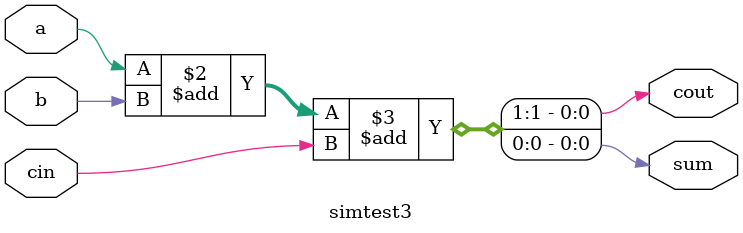
<source format=v>
module simtest3 (
 input a, b, cin,
output reg sum, cout
);

always @ ( a or b) begin
	{cout, sum} = a+b+cin;
end

endmodule
</source>
